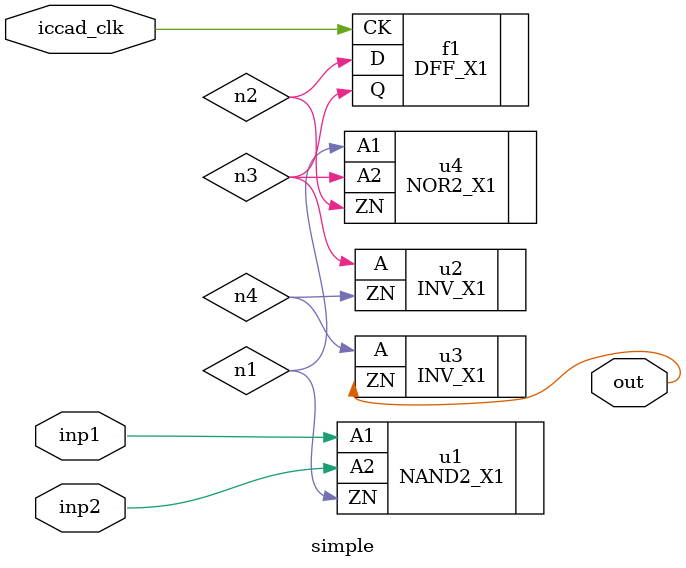
<source format=v>
module simple (
inp1,
inp2,
iccad_clk,
out
);

// Start PIs
input inp1;
input inp2;
input iccad_clk;

// Start POs
output out;

// Start wires
wire n1;
wire n2;
wire n3;
wire n4;
wire inp1;
wire inp2;
wire iccad_clk;
wire out;

// Start cells
NAND2_X1 u1 ( .A1(inp1), .A2(inp2), .ZN(n1) );
DFF_X1 f1 ( .D(n2), .CK(iccad_clk), .Q(n3) );
INV_X1 u2 ( .A(n3), .ZN(n4) );
INV_X1 u3 ( .A(n4), .ZN(out) );
NOR2_X1 u4 ( .A1(n1), .A2(n3), .ZN(n2) );

endmodule

</source>
